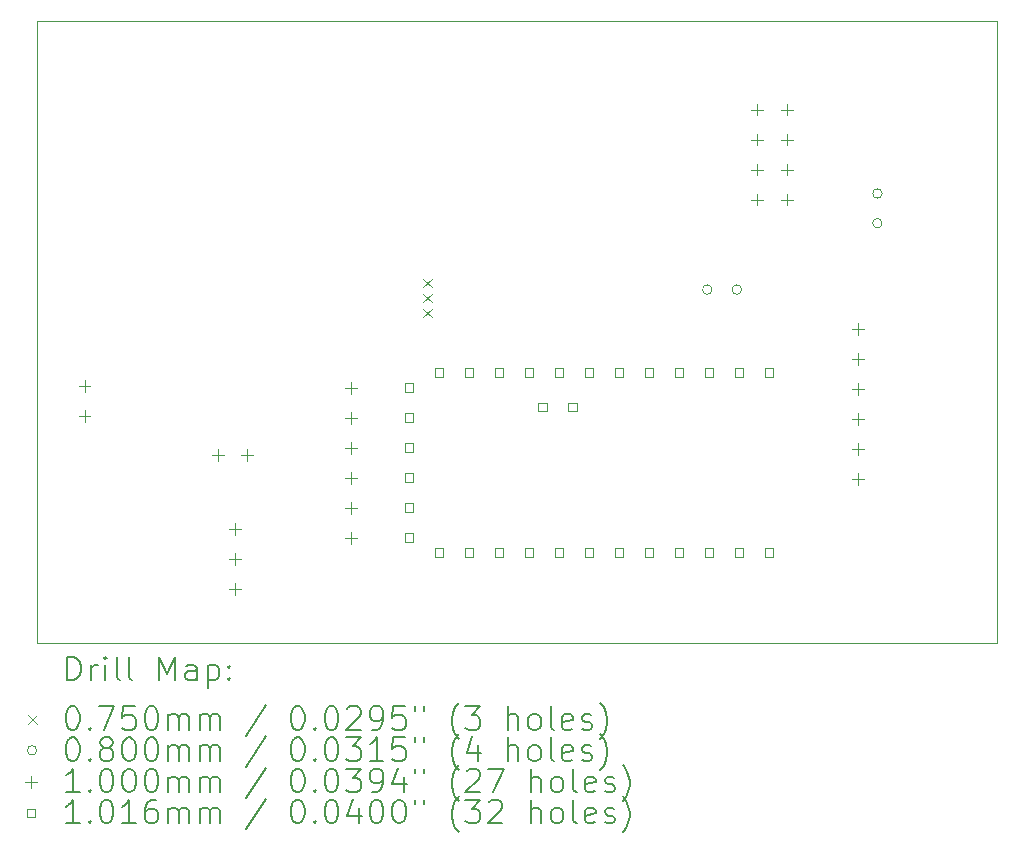
<source format=gbr>
%TF.GenerationSoftware,KiCad,Pcbnew,(6.0.8-1)-1*%
%TF.CreationDate,2023-01-08T15:16:01+01:00*%
%TF.ProjectId,Xarxa_RF,58617278-615f-4524-962e-6b696361645f,rev?*%
%TF.SameCoordinates,Original*%
%TF.FileFunction,Drillmap*%
%TF.FilePolarity,Positive*%
%FSLAX45Y45*%
G04 Gerber Fmt 4.5, Leading zero omitted, Abs format (unit mm)*
G04 Created by KiCad (PCBNEW (6.0.8-1)-1) date 2023-01-08 15:16:01*
%MOMM*%
%LPD*%
G01*
G04 APERTURE LIST*
%ADD10C,0.100000*%
%ADD11C,0.200000*%
%ADD12C,0.075000*%
%ADD13C,0.080000*%
%ADD14C,0.101600*%
G04 APERTURE END LIST*
D10*
X24130000Y-3621574D02*
X16002000Y-3621574D01*
X16002000Y-3621574D02*
X16002000Y-8890000D01*
X16002000Y-8890000D02*
X24130000Y-8890000D01*
X24130000Y-8890000D02*
X24130000Y-3621574D01*
D11*
D12*
X19266500Y-5804500D02*
X19341500Y-5879500D01*
X19341500Y-5804500D02*
X19266500Y-5879500D01*
X19266500Y-5931500D02*
X19341500Y-6006500D01*
X19341500Y-5931500D02*
X19266500Y-6006500D01*
X19266500Y-6058500D02*
X19341500Y-6133500D01*
X19341500Y-6058500D02*
X19266500Y-6133500D01*
D13*
X21714096Y-5897365D02*
G75*
G03*
X21714096Y-5897365I-40000J0D01*
G01*
X21964096Y-5897365D02*
G75*
G03*
X21964096Y-5897365I-40000J0D01*
G01*
X23154000Y-5084000D02*
G75*
G03*
X23154000Y-5084000I-40000J0D01*
G01*
X23154000Y-5334000D02*
G75*
G03*
X23154000Y-5334000I-40000J0D01*
G01*
D10*
X16401758Y-6666514D02*
X16401758Y-6766514D01*
X16351758Y-6716514D02*
X16451758Y-6716514D01*
X16401758Y-6916514D02*
X16401758Y-7016514D01*
X16351758Y-6966514D02*
X16451758Y-6966514D01*
X17530000Y-7249861D02*
X17530000Y-7349861D01*
X17480000Y-7299861D02*
X17580000Y-7299861D01*
X17675954Y-7871861D02*
X17675954Y-7971861D01*
X17625954Y-7921861D02*
X17725954Y-7921861D01*
X17675954Y-8125861D02*
X17675954Y-8225861D01*
X17625954Y-8175861D02*
X17725954Y-8175861D01*
X17675954Y-8379861D02*
X17675954Y-8479861D01*
X17625954Y-8429861D02*
X17725954Y-8429861D01*
X17780000Y-7249861D02*
X17780000Y-7349861D01*
X17730000Y-7299861D02*
X17830000Y-7299861D01*
X18660461Y-6682234D02*
X18660461Y-6782234D01*
X18610461Y-6732234D02*
X18710461Y-6732234D01*
X18660461Y-6936234D02*
X18660461Y-7036234D01*
X18610461Y-6986234D02*
X18710461Y-6986234D01*
X18660461Y-7190234D02*
X18660461Y-7290234D01*
X18610461Y-7240234D02*
X18710461Y-7240234D01*
X18660461Y-7444234D02*
X18660461Y-7544234D01*
X18610461Y-7494234D02*
X18710461Y-7494234D01*
X18660461Y-7698234D02*
X18660461Y-7798234D01*
X18610461Y-7748234D02*
X18710461Y-7748234D01*
X18660461Y-7952234D02*
X18660461Y-8052234D01*
X18610461Y-8002234D02*
X18710461Y-8002234D01*
X22098000Y-4322500D02*
X22098000Y-4422500D01*
X22048000Y-4372500D02*
X22148000Y-4372500D01*
X22098000Y-4576500D02*
X22098000Y-4676500D01*
X22048000Y-4626500D02*
X22148000Y-4626500D01*
X22098000Y-4830500D02*
X22098000Y-4930500D01*
X22048000Y-4880500D02*
X22148000Y-4880500D01*
X22098000Y-5084500D02*
X22098000Y-5184500D01*
X22048000Y-5134500D02*
X22148000Y-5134500D01*
X22352000Y-4322500D02*
X22352000Y-4422500D01*
X22302000Y-4372500D02*
X22402000Y-4372500D01*
X22352000Y-4576500D02*
X22352000Y-4676500D01*
X22302000Y-4626500D02*
X22402000Y-4626500D01*
X22352000Y-4830500D02*
X22352000Y-4930500D01*
X22302000Y-4880500D02*
X22402000Y-4880500D01*
X22352000Y-5084500D02*
X22352000Y-5184500D01*
X22302000Y-5134500D02*
X22402000Y-5134500D01*
X22947356Y-6178487D02*
X22947356Y-6278487D01*
X22897356Y-6228487D02*
X22997356Y-6228487D01*
X22947356Y-6432487D02*
X22947356Y-6532487D01*
X22897356Y-6482487D02*
X22997356Y-6482487D01*
X22947356Y-6686487D02*
X22947356Y-6786487D01*
X22897356Y-6736487D02*
X22997356Y-6736487D01*
X22947356Y-6940487D02*
X22947356Y-7040487D01*
X22897356Y-6990487D02*
X22997356Y-6990487D01*
X22947356Y-7194487D02*
X22947356Y-7294487D01*
X22897356Y-7244487D02*
X22997356Y-7244487D01*
X22947356Y-7448487D02*
X22947356Y-7548487D01*
X22897356Y-7498487D02*
X22997356Y-7498487D01*
D14*
X19183760Y-6760847D02*
X19183760Y-6689004D01*
X19111917Y-6689004D01*
X19111917Y-6760847D01*
X19183760Y-6760847D01*
X19183760Y-7014847D02*
X19183760Y-6943004D01*
X19111917Y-6943004D01*
X19111917Y-7014847D01*
X19183760Y-7014847D01*
X19183760Y-7268847D02*
X19183760Y-7197004D01*
X19111917Y-7197004D01*
X19111917Y-7268847D01*
X19183760Y-7268847D01*
X19183760Y-7522847D02*
X19183760Y-7451004D01*
X19111917Y-7451004D01*
X19111917Y-7522847D01*
X19183760Y-7522847D01*
X19183760Y-7776847D02*
X19183760Y-7705004D01*
X19111917Y-7705004D01*
X19111917Y-7776847D01*
X19183760Y-7776847D01*
X19183760Y-8030847D02*
X19183760Y-7959004D01*
X19111917Y-7959004D01*
X19111917Y-8030847D01*
X19183760Y-8030847D01*
X19437760Y-6633847D02*
X19437760Y-6562004D01*
X19365917Y-6562004D01*
X19365917Y-6633847D01*
X19437760Y-6633847D01*
X19437760Y-8157847D02*
X19437760Y-8086004D01*
X19365917Y-8086004D01*
X19365917Y-8157847D01*
X19437760Y-8157847D01*
X19691760Y-6633847D02*
X19691760Y-6562004D01*
X19619917Y-6562004D01*
X19619917Y-6633847D01*
X19691760Y-6633847D01*
X19691760Y-8157847D02*
X19691760Y-8086004D01*
X19619917Y-8086004D01*
X19619917Y-8157847D01*
X19691760Y-8157847D01*
X19945760Y-6633847D02*
X19945760Y-6562004D01*
X19873917Y-6562004D01*
X19873917Y-6633847D01*
X19945760Y-6633847D01*
X19945760Y-8157847D02*
X19945760Y-8086004D01*
X19873917Y-8086004D01*
X19873917Y-8157847D01*
X19945760Y-8157847D01*
X20199760Y-6633847D02*
X20199760Y-6562004D01*
X20127917Y-6562004D01*
X20127917Y-6633847D01*
X20199760Y-6633847D01*
X20199760Y-8157847D02*
X20199760Y-8086004D01*
X20127917Y-8086004D01*
X20127917Y-8157847D01*
X20199760Y-8157847D01*
X20314060Y-6925947D02*
X20314060Y-6854104D01*
X20242217Y-6854104D01*
X20242217Y-6925947D01*
X20314060Y-6925947D01*
X20453760Y-6633847D02*
X20453760Y-6562004D01*
X20381917Y-6562004D01*
X20381917Y-6633847D01*
X20453760Y-6633847D01*
X20453760Y-8157847D02*
X20453760Y-8086004D01*
X20381917Y-8086004D01*
X20381917Y-8157847D01*
X20453760Y-8157847D01*
X20568060Y-6925947D02*
X20568060Y-6854104D01*
X20496217Y-6854104D01*
X20496217Y-6925947D01*
X20568060Y-6925947D01*
X20707760Y-6633847D02*
X20707760Y-6562004D01*
X20635917Y-6562004D01*
X20635917Y-6633847D01*
X20707760Y-6633847D01*
X20707760Y-8157847D02*
X20707760Y-8086004D01*
X20635917Y-8086004D01*
X20635917Y-8157847D01*
X20707760Y-8157847D01*
X20961760Y-6633847D02*
X20961760Y-6562004D01*
X20889917Y-6562004D01*
X20889917Y-6633847D01*
X20961760Y-6633847D01*
X20961760Y-8157847D02*
X20961760Y-8086004D01*
X20889917Y-8086004D01*
X20889917Y-8157847D01*
X20961760Y-8157847D01*
X21215760Y-6633847D02*
X21215760Y-6562004D01*
X21143917Y-6562004D01*
X21143917Y-6633847D01*
X21215760Y-6633847D01*
X21215760Y-8157847D02*
X21215760Y-8086004D01*
X21143917Y-8086004D01*
X21143917Y-8157847D01*
X21215760Y-8157847D01*
X21469760Y-6633847D02*
X21469760Y-6562004D01*
X21397917Y-6562004D01*
X21397917Y-6633847D01*
X21469760Y-6633847D01*
X21469760Y-8157847D02*
X21469760Y-8086004D01*
X21397917Y-8086004D01*
X21397917Y-8157847D01*
X21469760Y-8157847D01*
X21723760Y-6633847D02*
X21723760Y-6562004D01*
X21651917Y-6562004D01*
X21651917Y-6633847D01*
X21723760Y-6633847D01*
X21723760Y-8157847D02*
X21723760Y-8086004D01*
X21651917Y-8086004D01*
X21651917Y-8157847D01*
X21723760Y-8157847D01*
X21977760Y-6633847D02*
X21977760Y-6562004D01*
X21905917Y-6562004D01*
X21905917Y-6633847D01*
X21977760Y-6633847D01*
X21977760Y-8157847D02*
X21977760Y-8086004D01*
X21905917Y-8086004D01*
X21905917Y-8157847D01*
X21977760Y-8157847D01*
X22231760Y-6633847D02*
X22231760Y-6562004D01*
X22159917Y-6562004D01*
X22159917Y-6633847D01*
X22231760Y-6633847D01*
X22231760Y-8157847D02*
X22231760Y-8086004D01*
X22159917Y-8086004D01*
X22159917Y-8157847D01*
X22231760Y-8157847D01*
D11*
X16254619Y-9205476D02*
X16254619Y-9005476D01*
X16302238Y-9005476D01*
X16330809Y-9015000D01*
X16349857Y-9034048D01*
X16359381Y-9053095D01*
X16368905Y-9091190D01*
X16368905Y-9119762D01*
X16359381Y-9157857D01*
X16349857Y-9176905D01*
X16330809Y-9195952D01*
X16302238Y-9205476D01*
X16254619Y-9205476D01*
X16454619Y-9205476D02*
X16454619Y-9072143D01*
X16454619Y-9110238D02*
X16464143Y-9091190D01*
X16473667Y-9081667D01*
X16492714Y-9072143D01*
X16511762Y-9072143D01*
X16578428Y-9205476D02*
X16578428Y-9072143D01*
X16578428Y-9005476D02*
X16568905Y-9015000D01*
X16578428Y-9024524D01*
X16587952Y-9015000D01*
X16578428Y-9005476D01*
X16578428Y-9024524D01*
X16702238Y-9205476D02*
X16683190Y-9195952D01*
X16673667Y-9176905D01*
X16673667Y-9005476D01*
X16807000Y-9205476D02*
X16787952Y-9195952D01*
X16778429Y-9176905D01*
X16778429Y-9005476D01*
X17035571Y-9205476D02*
X17035571Y-9005476D01*
X17102238Y-9148333D01*
X17168905Y-9005476D01*
X17168905Y-9205476D01*
X17349857Y-9205476D02*
X17349857Y-9100714D01*
X17340333Y-9081667D01*
X17321286Y-9072143D01*
X17283190Y-9072143D01*
X17264143Y-9081667D01*
X17349857Y-9195952D02*
X17330810Y-9205476D01*
X17283190Y-9205476D01*
X17264143Y-9195952D01*
X17254619Y-9176905D01*
X17254619Y-9157857D01*
X17264143Y-9138810D01*
X17283190Y-9129286D01*
X17330810Y-9129286D01*
X17349857Y-9119762D01*
X17445095Y-9072143D02*
X17445095Y-9272143D01*
X17445095Y-9081667D02*
X17464143Y-9072143D01*
X17502238Y-9072143D01*
X17521286Y-9081667D01*
X17530810Y-9091190D01*
X17540333Y-9110238D01*
X17540333Y-9167381D01*
X17530810Y-9186429D01*
X17521286Y-9195952D01*
X17502238Y-9205476D01*
X17464143Y-9205476D01*
X17445095Y-9195952D01*
X17626048Y-9186429D02*
X17635571Y-9195952D01*
X17626048Y-9205476D01*
X17616524Y-9195952D01*
X17626048Y-9186429D01*
X17626048Y-9205476D01*
X17626048Y-9081667D02*
X17635571Y-9091190D01*
X17626048Y-9100714D01*
X17616524Y-9091190D01*
X17626048Y-9081667D01*
X17626048Y-9100714D01*
D12*
X15922000Y-9497500D02*
X15997000Y-9572500D01*
X15997000Y-9497500D02*
X15922000Y-9572500D01*
D11*
X16292714Y-9425476D02*
X16311762Y-9425476D01*
X16330809Y-9435000D01*
X16340333Y-9444524D01*
X16349857Y-9463571D01*
X16359381Y-9501667D01*
X16359381Y-9549286D01*
X16349857Y-9587381D01*
X16340333Y-9606429D01*
X16330809Y-9615952D01*
X16311762Y-9625476D01*
X16292714Y-9625476D01*
X16273667Y-9615952D01*
X16264143Y-9606429D01*
X16254619Y-9587381D01*
X16245095Y-9549286D01*
X16245095Y-9501667D01*
X16254619Y-9463571D01*
X16264143Y-9444524D01*
X16273667Y-9435000D01*
X16292714Y-9425476D01*
X16445095Y-9606429D02*
X16454619Y-9615952D01*
X16445095Y-9625476D01*
X16435571Y-9615952D01*
X16445095Y-9606429D01*
X16445095Y-9625476D01*
X16521286Y-9425476D02*
X16654619Y-9425476D01*
X16568905Y-9625476D01*
X16826048Y-9425476D02*
X16730809Y-9425476D01*
X16721286Y-9520714D01*
X16730809Y-9511190D01*
X16749857Y-9501667D01*
X16797476Y-9501667D01*
X16816524Y-9511190D01*
X16826048Y-9520714D01*
X16835571Y-9539762D01*
X16835571Y-9587381D01*
X16826048Y-9606429D01*
X16816524Y-9615952D01*
X16797476Y-9625476D01*
X16749857Y-9625476D01*
X16730809Y-9615952D01*
X16721286Y-9606429D01*
X16959381Y-9425476D02*
X16978429Y-9425476D01*
X16997476Y-9435000D01*
X17007000Y-9444524D01*
X17016524Y-9463571D01*
X17026048Y-9501667D01*
X17026048Y-9549286D01*
X17016524Y-9587381D01*
X17007000Y-9606429D01*
X16997476Y-9615952D01*
X16978429Y-9625476D01*
X16959381Y-9625476D01*
X16940333Y-9615952D01*
X16930810Y-9606429D01*
X16921286Y-9587381D01*
X16911762Y-9549286D01*
X16911762Y-9501667D01*
X16921286Y-9463571D01*
X16930810Y-9444524D01*
X16940333Y-9435000D01*
X16959381Y-9425476D01*
X17111762Y-9625476D02*
X17111762Y-9492143D01*
X17111762Y-9511190D02*
X17121286Y-9501667D01*
X17140333Y-9492143D01*
X17168905Y-9492143D01*
X17187952Y-9501667D01*
X17197476Y-9520714D01*
X17197476Y-9625476D01*
X17197476Y-9520714D02*
X17207000Y-9501667D01*
X17226048Y-9492143D01*
X17254619Y-9492143D01*
X17273667Y-9501667D01*
X17283190Y-9520714D01*
X17283190Y-9625476D01*
X17378429Y-9625476D02*
X17378429Y-9492143D01*
X17378429Y-9511190D02*
X17387952Y-9501667D01*
X17407000Y-9492143D01*
X17435571Y-9492143D01*
X17454619Y-9501667D01*
X17464143Y-9520714D01*
X17464143Y-9625476D01*
X17464143Y-9520714D02*
X17473667Y-9501667D01*
X17492714Y-9492143D01*
X17521286Y-9492143D01*
X17540333Y-9501667D01*
X17549857Y-9520714D01*
X17549857Y-9625476D01*
X17940333Y-9415952D02*
X17768905Y-9673095D01*
X18197476Y-9425476D02*
X18216524Y-9425476D01*
X18235571Y-9435000D01*
X18245095Y-9444524D01*
X18254619Y-9463571D01*
X18264143Y-9501667D01*
X18264143Y-9549286D01*
X18254619Y-9587381D01*
X18245095Y-9606429D01*
X18235571Y-9615952D01*
X18216524Y-9625476D01*
X18197476Y-9625476D01*
X18178429Y-9615952D01*
X18168905Y-9606429D01*
X18159381Y-9587381D01*
X18149857Y-9549286D01*
X18149857Y-9501667D01*
X18159381Y-9463571D01*
X18168905Y-9444524D01*
X18178429Y-9435000D01*
X18197476Y-9425476D01*
X18349857Y-9606429D02*
X18359381Y-9615952D01*
X18349857Y-9625476D01*
X18340333Y-9615952D01*
X18349857Y-9606429D01*
X18349857Y-9625476D01*
X18483190Y-9425476D02*
X18502238Y-9425476D01*
X18521286Y-9435000D01*
X18530810Y-9444524D01*
X18540333Y-9463571D01*
X18549857Y-9501667D01*
X18549857Y-9549286D01*
X18540333Y-9587381D01*
X18530810Y-9606429D01*
X18521286Y-9615952D01*
X18502238Y-9625476D01*
X18483190Y-9625476D01*
X18464143Y-9615952D01*
X18454619Y-9606429D01*
X18445095Y-9587381D01*
X18435571Y-9549286D01*
X18435571Y-9501667D01*
X18445095Y-9463571D01*
X18454619Y-9444524D01*
X18464143Y-9435000D01*
X18483190Y-9425476D01*
X18626048Y-9444524D02*
X18635571Y-9435000D01*
X18654619Y-9425476D01*
X18702238Y-9425476D01*
X18721286Y-9435000D01*
X18730810Y-9444524D01*
X18740333Y-9463571D01*
X18740333Y-9482619D01*
X18730810Y-9511190D01*
X18616524Y-9625476D01*
X18740333Y-9625476D01*
X18835571Y-9625476D02*
X18873667Y-9625476D01*
X18892714Y-9615952D01*
X18902238Y-9606429D01*
X18921286Y-9577857D01*
X18930810Y-9539762D01*
X18930810Y-9463571D01*
X18921286Y-9444524D01*
X18911762Y-9435000D01*
X18892714Y-9425476D01*
X18854619Y-9425476D01*
X18835571Y-9435000D01*
X18826048Y-9444524D01*
X18816524Y-9463571D01*
X18816524Y-9511190D01*
X18826048Y-9530238D01*
X18835571Y-9539762D01*
X18854619Y-9549286D01*
X18892714Y-9549286D01*
X18911762Y-9539762D01*
X18921286Y-9530238D01*
X18930810Y-9511190D01*
X19111762Y-9425476D02*
X19016524Y-9425476D01*
X19007000Y-9520714D01*
X19016524Y-9511190D01*
X19035571Y-9501667D01*
X19083190Y-9501667D01*
X19102238Y-9511190D01*
X19111762Y-9520714D01*
X19121286Y-9539762D01*
X19121286Y-9587381D01*
X19111762Y-9606429D01*
X19102238Y-9615952D01*
X19083190Y-9625476D01*
X19035571Y-9625476D01*
X19016524Y-9615952D01*
X19007000Y-9606429D01*
X19197476Y-9425476D02*
X19197476Y-9463571D01*
X19273667Y-9425476D02*
X19273667Y-9463571D01*
X19568905Y-9701667D02*
X19559381Y-9692143D01*
X19540333Y-9663571D01*
X19530810Y-9644524D01*
X19521286Y-9615952D01*
X19511762Y-9568333D01*
X19511762Y-9530238D01*
X19521286Y-9482619D01*
X19530810Y-9454048D01*
X19540333Y-9435000D01*
X19559381Y-9406429D01*
X19568905Y-9396905D01*
X19626048Y-9425476D02*
X19749857Y-9425476D01*
X19683190Y-9501667D01*
X19711762Y-9501667D01*
X19730810Y-9511190D01*
X19740333Y-9520714D01*
X19749857Y-9539762D01*
X19749857Y-9587381D01*
X19740333Y-9606429D01*
X19730810Y-9615952D01*
X19711762Y-9625476D01*
X19654619Y-9625476D01*
X19635571Y-9615952D01*
X19626048Y-9606429D01*
X19987952Y-9625476D02*
X19987952Y-9425476D01*
X20073667Y-9625476D02*
X20073667Y-9520714D01*
X20064143Y-9501667D01*
X20045095Y-9492143D01*
X20016524Y-9492143D01*
X19997476Y-9501667D01*
X19987952Y-9511190D01*
X20197476Y-9625476D02*
X20178429Y-9615952D01*
X20168905Y-9606429D01*
X20159381Y-9587381D01*
X20159381Y-9530238D01*
X20168905Y-9511190D01*
X20178429Y-9501667D01*
X20197476Y-9492143D01*
X20226048Y-9492143D01*
X20245095Y-9501667D01*
X20254619Y-9511190D01*
X20264143Y-9530238D01*
X20264143Y-9587381D01*
X20254619Y-9606429D01*
X20245095Y-9615952D01*
X20226048Y-9625476D01*
X20197476Y-9625476D01*
X20378429Y-9625476D02*
X20359381Y-9615952D01*
X20349857Y-9596905D01*
X20349857Y-9425476D01*
X20530810Y-9615952D02*
X20511762Y-9625476D01*
X20473667Y-9625476D01*
X20454619Y-9615952D01*
X20445095Y-9596905D01*
X20445095Y-9520714D01*
X20454619Y-9501667D01*
X20473667Y-9492143D01*
X20511762Y-9492143D01*
X20530810Y-9501667D01*
X20540333Y-9520714D01*
X20540333Y-9539762D01*
X20445095Y-9558810D01*
X20616524Y-9615952D02*
X20635571Y-9625476D01*
X20673667Y-9625476D01*
X20692714Y-9615952D01*
X20702238Y-9596905D01*
X20702238Y-9587381D01*
X20692714Y-9568333D01*
X20673667Y-9558810D01*
X20645095Y-9558810D01*
X20626048Y-9549286D01*
X20616524Y-9530238D01*
X20616524Y-9520714D01*
X20626048Y-9501667D01*
X20645095Y-9492143D01*
X20673667Y-9492143D01*
X20692714Y-9501667D01*
X20768905Y-9701667D02*
X20778429Y-9692143D01*
X20797476Y-9663571D01*
X20807000Y-9644524D01*
X20816524Y-9615952D01*
X20826048Y-9568333D01*
X20826048Y-9530238D01*
X20816524Y-9482619D01*
X20807000Y-9454048D01*
X20797476Y-9435000D01*
X20778429Y-9406429D01*
X20768905Y-9396905D01*
D13*
X15997000Y-9799000D02*
G75*
G03*
X15997000Y-9799000I-40000J0D01*
G01*
D11*
X16292714Y-9689476D02*
X16311762Y-9689476D01*
X16330809Y-9699000D01*
X16340333Y-9708524D01*
X16349857Y-9727571D01*
X16359381Y-9765667D01*
X16359381Y-9813286D01*
X16349857Y-9851381D01*
X16340333Y-9870429D01*
X16330809Y-9879952D01*
X16311762Y-9889476D01*
X16292714Y-9889476D01*
X16273667Y-9879952D01*
X16264143Y-9870429D01*
X16254619Y-9851381D01*
X16245095Y-9813286D01*
X16245095Y-9765667D01*
X16254619Y-9727571D01*
X16264143Y-9708524D01*
X16273667Y-9699000D01*
X16292714Y-9689476D01*
X16445095Y-9870429D02*
X16454619Y-9879952D01*
X16445095Y-9889476D01*
X16435571Y-9879952D01*
X16445095Y-9870429D01*
X16445095Y-9889476D01*
X16568905Y-9775190D02*
X16549857Y-9765667D01*
X16540333Y-9756143D01*
X16530809Y-9737095D01*
X16530809Y-9727571D01*
X16540333Y-9708524D01*
X16549857Y-9699000D01*
X16568905Y-9689476D01*
X16607000Y-9689476D01*
X16626048Y-9699000D01*
X16635571Y-9708524D01*
X16645095Y-9727571D01*
X16645095Y-9737095D01*
X16635571Y-9756143D01*
X16626048Y-9765667D01*
X16607000Y-9775190D01*
X16568905Y-9775190D01*
X16549857Y-9784714D01*
X16540333Y-9794238D01*
X16530809Y-9813286D01*
X16530809Y-9851381D01*
X16540333Y-9870429D01*
X16549857Y-9879952D01*
X16568905Y-9889476D01*
X16607000Y-9889476D01*
X16626048Y-9879952D01*
X16635571Y-9870429D01*
X16645095Y-9851381D01*
X16645095Y-9813286D01*
X16635571Y-9794238D01*
X16626048Y-9784714D01*
X16607000Y-9775190D01*
X16768905Y-9689476D02*
X16787952Y-9689476D01*
X16807000Y-9699000D01*
X16816524Y-9708524D01*
X16826048Y-9727571D01*
X16835571Y-9765667D01*
X16835571Y-9813286D01*
X16826048Y-9851381D01*
X16816524Y-9870429D01*
X16807000Y-9879952D01*
X16787952Y-9889476D01*
X16768905Y-9889476D01*
X16749857Y-9879952D01*
X16740333Y-9870429D01*
X16730809Y-9851381D01*
X16721286Y-9813286D01*
X16721286Y-9765667D01*
X16730809Y-9727571D01*
X16740333Y-9708524D01*
X16749857Y-9699000D01*
X16768905Y-9689476D01*
X16959381Y-9689476D02*
X16978429Y-9689476D01*
X16997476Y-9699000D01*
X17007000Y-9708524D01*
X17016524Y-9727571D01*
X17026048Y-9765667D01*
X17026048Y-9813286D01*
X17016524Y-9851381D01*
X17007000Y-9870429D01*
X16997476Y-9879952D01*
X16978429Y-9889476D01*
X16959381Y-9889476D01*
X16940333Y-9879952D01*
X16930810Y-9870429D01*
X16921286Y-9851381D01*
X16911762Y-9813286D01*
X16911762Y-9765667D01*
X16921286Y-9727571D01*
X16930810Y-9708524D01*
X16940333Y-9699000D01*
X16959381Y-9689476D01*
X17111762Y-9889476D02*
X17111762Y-9756143D01*
X17111762Y-9775190D02*
X17121286Y-9765667D01*
X17140333Y-9756143D01*
X17168905Y-9756143D01*
X17187952Y-9765667D01*
X17197476Y-9784714D01*
X17197476Y-9889476D01*
X17197476Y-9784714D02*
X17207000Y-9765667D01*
X17226048Y-9756143D01*
X17254619Y-9756143D01*
X17273667Y-9765667D01*
X17283190Y-9784714D01*
X17283190Y-9889476D01*
X17378429Y-9889476D02*
X17378429Y-9756143D01*
X17378429Y-9775190D02*
X17387952Y-9765667D01*
X17407000Y-9756143D01*
X17435571Y-9756143D01*
X17454619Y-9765667D01*
X17464143Y-9784714D01*
X17464143Y-9889476D01*
X17464143Y-9784714D02*
X17473667Y-9765667D01*
X17492714Y-9756143D01*
X17521286Y-9756143D01*
X17540333Y-9765667D01*
X17549857Y-9784714D01*
X17549857Y-9889476D01*
X17940333Y-9679952D02*
X17768905Y-9937095D01*
X18197476Y-9689476D02*
X18216524Y-9689476D01*
X18235571Y-9699000D01*
X18245095Y-9708524D01*
X18254619Y-9727571D01*
X18264143Y-9765667D01*
X18264143Y-9813286D01*
X18254619Y-9851381D01*
X18245095Y-9870429D01*
X18235571Y-9879952D01*
X18216524Y-9889476D01*
X18197476Y-9889476D01*
X18178429Y-9879952D01*
X18168905Y-9870429D01*
X18159381Y-9851381D01*
X18149857Y-9813286D01*
X18149857Y-9765667D01*
X18159381Y-9727571D01*
X18168905Y-9708524D01*
X18178429Y-9699000D01*
X18197476Y-9689476D01*
X18349857Y-9870429D02*
X18359381Y-9879952D01*
X18349857Y-9889476D01*
X18340333Y-9879952D01*
X18349857Y-9870429D01*
X18349857Y-9889476D01*
X18483190Y-9689476D02*
X18502238Y-9689476D01*
X18521286Y-9699000D01*
X18530810Y-9708524D01*
X18540333Y-9727571D01*
X18549857Y-9765667D01*
X18549857Y-9813286D01*
X18540333Y-9851381D01*
X18530810Y-9870429D01*
X18521286Y-9879952D01*
X18502238Y-9889476D01*
X18483190Y-9889476D01*
X18464143Y-9879952D01*
X18454619Y-9870429D01*
X18445095Y-9851381D01*
X18435571Y-9813286D01*
X18435571Y-9765667D01*
X18445095Y-9727571D01*
X18454619Y-9708524D01*
X18464143Y-9699000D01*
X18483190Y-9689476D01*
X18616524Y-9689476D02*
X18740333Y-9689476D01*
X18673667Y-9765667D01*
X18702238Y-9765667D01*
X18721286Y-9775190D01*
X18730810Y-9784714D01*
X18740333Y-9803762D01*
X18740333Y-9851381D01*
X18730810Y-9870429D01*
X18721286Y-9879952D01*
X18702238Y-9889476D01*
X18645095Y-9889476D01*
X18626048Y-9879952D01*
X18616524Y-9870429D01*
X18930810Y-9889476D02*
X18816524Y-9889476D01*
X18873667Y-9889476D02*
X18873667Y-9689476D01*
X18854619Y-9718048D01*
X18835571Y-9737095D01*
X18816524Y-9746619D01*
X19111762Y-9689476D02*
X19016524Y-9689476D01*
X19007000Y-9784714D01*
X19016524Y-9775190D01*
X19035571Y-9765667D01*
X19083190Y-9765667D01*
X19102238Y-9775190D01*
X19111762Y-9784714D01*
X19121286Y-9803762D01*
X19121286Y-9851381D01*
X19111762Y-9870429D01*
X19102238Y-9879952D01*
X19083190Y-9889476D01*
X19035571Y-9889476D01*
X19016524Y-9879952D01*
X19007000Y-9870429D01*
X19197476Y-9689476D02*
X19197476Y-9727571D01*
X19273667Y-9689476D02*
X19273667Y-9727571D01*
X19568905Y-9965667D02*
X19559381Y-9956143D01*
X19540333Y-9927571D01*
X19530810Y-9908524D01*
X19521286Y-9879952D01*
X19511762Y-9832333D01*
X19511762Y-9794238D01*
X19521286Y-9746619D01*
X19530810Y-9718048D01*
X19540333Y-9699000D01*
X19559381Y-9670429D01*
X19568905Y-9660905D01*
X19730810Y-9756143D02*
X19730810Y-9889476D01*
X19683190Y-9679952D02*
X19635571Y-9822810D01*
X19759381Y-9822810D01*
X19987952Y-9889476D02*
X19987952Y-9689476D01*
X20073667Y-9889476D02*
X20073667Y-9784714D01*
X20064143Y-9765667D01*
X20045095Y-9756143D01*
X20016524Y-9756143D01*
X19997476Y-9765667D01*
X19987952Y-9775190D01*
X20197476Y-9889476D02*
X20178429Y-9879952D01*
X20168905Y-9870429D01*
X20159381Y-9851381D01*
X20159381Y-9794238D01*
X20168905Y-9775190D01*
X20178429Y-9765667D01*
X20197476Y-9756143D01*
X20226048Y-9756143D01*
X20245095Y-9765667D01*
X20254619Y-9775190D01*
X20264143Y-9794238D01*
X20264143Y-9851381D01*
X20254619Y-9870429D01*
X20245095Y-9879952D01*
X20226048Y-9889476D01*
X20197476Y-9889476D01*
X20378429Y-9889476D02*
X20359381Y-9879952D01*
X20349857Y-9860905D01*
X20349857Y-9689476D01*
X20530810Y-9879952D02*
X20511762Y-9889476D01*
X20473667Y-9889476D01*
X20454619Y-9879952D01*
X20445095Y-9860905D01*
X20445095Y-9784714D01*
X20454619Y-9765667D01*
X20473667Y-9756143D01*
X20511762Y-9756143D01*
X20530810Y-9765667D01*
X20540333Y-9784714D01*
X20540333Y-9803762D01*
X20445095Y-9822810D01*
X20616524Y-9879952D02*
X20635571Y-9889476D01*
X20673667Y-9889476D01*
X20692714Y-9879952D01*
X20702238Y-9860905D01*
X20702238Y-9851381D01*
X20692714Y-9832333D01*
X20673667Y-9822810D01*
X20645095Y-9822810D01*
X20626048Y-9813286D01*
X20616524Y-9794238D01*
X20616524Y-9784714D01*
X20626048Y-9765667D01*
X20645095Y-9756143D01*
X20673667Y-9756143D01*
X20692714Y-9765667D01*
X20768905Y-9965667D02*
X20778429Y-9956143D01*
X20797476Y-9927571D01*
X20807000Y-9908524D01*
X20816524Y-9879952D01*
X20826048Y-9832333D01*
X20826048Y-9794238D01*
X20816524Y-9746619D01*
X20807000Y-9718048D01*
X20797476Y-9699000D01*
X20778429Y-9670429D01*
X20768905Y-9660905D01*
D10*
X15947000Y-10013000D02*
X15947000Y-10113000D01*
X15897000Y-10063000D02*
X15997000Y-10063000D01*
D11*
X16359381Y-10153476D02*
X16245095Y-10153476D01*
X16302238Y-10153476D02*
X16302238Y-9953476D01*
X16283190Y-9982048D01*
X16264143Y-10001095D01*
X16245095Y-10010619D01*
X16445095Y-10134429D02*
X16454619Y-10143952D01*
X16445095Y-10153476D01*
X16435571Y-10143952D01*
X16445095Y-10134429D01*
X16445095Y-10153476D01*
X16578428Y-9953476D02*
X16597476Y-9953476D01*
X16616524Y-9963000D01*
X16626048Y-9972524D01*
X16635571Y-9991571D01*
X16645095Y-10029667D01*
X16645095Y-10077286D01*
X16635571Y-10115381D01*
X16626048Y-10134429D01*
X16616524Y-10143952D01*
X16597476Y-10153476D01*
X16578428Y-10153476D01*
X16559381Y-10143952D01*
X16549857Y-10134429D01*
X16540333Y-10115381D01*
X16530809Y-10077286D01*
X16530809Y-10029667D01*
X16540333Y-9991571D01*
X16549857Y-9972524D01*
X16559381Y-9963000D01*
X16578428Y-9953476D01*
X16768905Y-9953476D02*
X16787952Y-9953476D01*
X16807000Y-9963000D01*
X16816524Y-9972524D01*
X16826048Y-9991571D01*
X16835571Y-10029667D01*
X16835571Y-10077286D01*
X16826048Y-10115381D01*
X16816524Y-10134429D01*
X16807000Y-10143952D01*
X16787952Y-10153476D01*
X16768905Y-10153476D01*
X16749857Y-10143952D01*
X16740333Y-10134429D01*
X16730809Y-10115381D01*
X16721286Y-10077286D01*
X16721286Y-10029667D01*
X16730809Y-9991571D01*
X16740333Y-9972524D01*
X16749857Y-9963000D01*
X16768905Y-9953476D01*
X16959381Y-9953476D02*
X16978429Y-9953476D01*
X16997476Y-9963000D01*
X17007000Y-9972524D01*
X17016524Y-9991571D01*
X17026048Y-10029667D01*
X17026048Y-10077286D01*
X17016524Y-10115381D01*
X17007000Y-10134429D01*
X16997476Y-10143952D01*
X16978429Y-10153476D01*
X16959381Y-10153476D01*
X16940333Y-10143952D01*
X16930810Y-10134429D01*
X16921286Y-10115381D01*
X16911762Y-10077286D01*
X16911762Y-10029667D01*
X16921286Y-9991571D01*
X16930810Y-9972524D01*
X16940333Y-9963000D01*
X16959381Y-9953476D01*
X17111762Y-10153476D02*
X17111762Y-10020143D01*
X17111762Y-10039190D02*
X17121286Y-10029667D01*
X17140333Y-10020143D01*
X17168905Y-10020143D01*
X17187952Y-10029667D01*
X17197476Y-10048714D01*
X17197476Y-10153476D01*
X17197476Y-10048714D02*
X17207000Y-10029667D01*
X17226048Y-10020143D01*
X17254619Y-10020143D01*
X17273667Y-10029667D01*
X17283190Y-10048714D01*
X17283190Y-10153476D01*
X17378429Y-10153476D02*
X17378429Y-10020143D01*
X17378429Y-10039190D02*
X17387952Y-10029667D01*
X17407000Y-10020143D01*
X17435571Y-10020143D01*
X17454619Y-10029667D01*
X17464143Y-10048714D01*
X17464143Y-10153476D01*
X17464143Y-10048714D02*
X17473667Y-10029667D01*
X17492714Y-10020143D01*
X17521286Y-10020143D01*
X17540333Y-10029667D01*
X17549857Y-10048714D01*
X17549857Y-10153476D01*
X17940333Y-9943952D02*
X17768905Y-10201095D01*
X18197476Y-9953476D02*
X18216524Y-9953476D01*
X18235571Y-9963000D01*
X18245095Y-9972524D01*
X18254619Y-9991571D01*
X18264143Y-10029667D01*
X18264143Y-10077286D01*
X18254619Y-10115381D01*
X18245095Y-10134429D01*
X18235571Y-10143952D01*
X18216524Y-10153476D01*
X18197476Y-10153476D01*
X18178429Y-10143952D01*
X18168905Y-10134429D01*
X18159381Y-10115381D01*
X18149857Y-10077286D01*
X18149857Y-10029667D01*
X18159381Y-9991571D01*
X18168905Y-9972524D01*
X18178429Y-9963000D01*
X18197476Y-9953476D01*
X18349857Y-10134429D02*
X18359381Y-10143952D01*
X18349857Y-10153476D01*
X18340333Y-10143952D01*
X18349857Y-10134429D01*
X18349857Y-10153476D01*
X18483190Y-9953476D02*
X18502238Y-9953476D01*
X18521286Y-9963000D01*
X18530810Y-9972524D01*
X18540333Y-9991571D01*
X18549857Y-10029667D01*
X18549857Y-10077286D01*
X18540333Y-10115381D01*
X18530810Y-10134429D01*
X18521286Y-10143952D01*
X18502238Y-10153476D01*
X18483190Y-10153476D01*
X18464143Y-10143952D01*
X18454619Y-10134429D01*
X18445095Y-10115381D01*
X18435571Y-10077286D01*
X18435571Y-10029667D01*
X18445095Y-9991571D01*
X18454619Y-9972524D01*
X18464143Y-9963000D01*
X18483190Y-9953476D01*
X18616524Y-9953476D02*
X18740333Y-9953476D01*
X18673667Y-10029667D01*
X18702238Y-10029667D01*
X18721286Y-10039190D01*
X18730810Y-10048714D01*
X18740333Y-10067762D01*
X18740333Y-10115381D01*
X18730810Y-10134429D01*
X18721286Y-10143952D01*
X18702238Y-10153476D01*
X18645095Y-10153476D01*
X18626048Y-10143952D01*
X18616524Y-10134429D01*
X18835571Y-10153476D02*
X18873667Y-10153476D01*
X18892714Y-10143952D01*
X18902238Y-10134429D01*
X18921286Y-10105857D01*
X18930810Y-10067762D01*
X18930810Y-9991571D01*
X18921286Y-9972524D01*
X18911762Y-9963000D01*
X18892714Y-9953476D01*
X18854619Y-9953476D01*
X18835571Y-9963000D01*
X18826048Y-9972524D01*
X18816524Y-9991571D01*
X18816524Y-10039190D01*
X18826048Y-10058238D01*
X18835571Y-10067762D01*
X18854619Y-10077286D01*
X18892714Y-10077286D01*
X18911762Y-10067762D01*
X18921286Y-10058238D01*
X18930810Y-10039190D01*
X19102238Y-10020143D02*
X19102238Y-10153476D01*
X19054619Y-9943952D02*
X19007000Y-10086810D01*
X19130810Y-10086810D01*
X19197476Y-9953476D02*
X19197476Y-9991571D01*
X19273667Y-9953476D02*
X19273667Y-9991571D01*
X19568905Y-10229667D02*
X19559381Y-10220143D01*
X19540333Y-10191571D01*
X19530810Y-10172524D01*
X19521286Y-10143952D01*
X19511762Y-10096333D01*
X19511762Y-10058238D01*
X19521286Y-10010619D01*
X19530810Y-9982048D01*
X19540333Y-9963000D01*
X19559381Y-9934429D01*
X19568905Y-9924905D01*
X19635571Y-9972524D02*
X19645095Y-9963000D01*
X19664143Y-9953476D01*
X19711762Y-9953476D01*
X19730810Y-9963000D01*
X19740333Y-9972524D01*
X19749857Y-9991571D01*
X19749857Y-10010619D01*
X19740333Y-10039190D01*
X19626048Y-10153476D01*
X19749857Y-10153476D01*
X19816524Y-9953476D02*
X19949857Y-9953476D01*
X19864143Y-10153476D01*
X20178429Y-10153476D02*
X20178429Y-9953476D01*
X20264143Y-10153476D02*
X20264143Y-10048714D01*
X20254619Y-10029667D01*
X20235571Y-10020143D01*
X20207000Y-10020143D01*
X20187952Y-10029667D01*
X20178429Y-10039190D01*
X20387952Y-10153476D02*
X20368905Y-10143952D01*
X20359381Y-10134429D01*
X20349857Y-10115381D01*
X20349857Y-10058238D01*
X20359381Y-10039190D01*
X20368905Y-10029667D01*
X20387952Y-10020143D01*
X20416524Y-10020143D01*
X20435571Y-10029667D01*
X20445095Y-10039190D01*
X20454619Y-10058238D01*
X20454619Y-10115381D01*
X20445095Y-10134429D01*
X20435571Y-10143952D01*
X20416524Y-10153476D01*
X20387952Y-10153476D01*
X20568905Y-10153476D02*
X20549857Y-10143952D01*
X20540333Y-10124905D01*
X20540333Y-9953476D01*
X20721286Y-10143952D02*
X20702238Y-10153476D01*
X20664143Y-10153476D01*
X20645095Y-10143952D01*
X20635571Y-10124905D01*
X20635571Y-10048714D01*
X20645095Y-10029667D01*
X20664143Y-10020143D01*
X20702238Y-10020143D01*
X20721286Y-10029667D01*
X20730810Y-10048714D01*
X20730810Y-10067762D01*
X20635571Y-10086810D01*
X20807000Y-10143952D02*
X20826048Y-10153476D01*
X20864143Y-10153476D01*
X20883190Y-10143952D01*
X20892714Y-10124905D01*
X20892714Y-10115381D01*
X20883190Y-10096333D01*
X20864143Y-10086810D01*
X20835571Y-10086810D01*
X20816524Y-10077286D01*
X20807000Y-10058238D01*
X20807000Y-10048714D01*
X20816524Y-10029667D01*
X20835571Y-10020143D01*
X20864143Y-10020143D01*
X20883190Y-10029667D01*
X20959381Y-10229667D02*
X20968905Y-10220143D01*
X20987952Y-10191571D01*
X20997476Y-10172524D01*
X21007000Y-10143952D01*
X21016524Y-10096333D01*
X21016524Y-10058238D01*
X21007000Y-10010619D01*
X20997476Y-9982048D01*
X20987952Y-9963000D01*
X20968905Y-9934429D01*
X20959381Y-9924905D01*
D14*
X15982121Y-10362921D02*
X15982121Y-10291079D01*
X15910279Y-10291079D01*
X15910279Y-10362921D01*
X15982121Y-10362921D01*
D11*
X16359381Y-10417476D02*
X16245095Y-10417476D01*
X16302238Y-10417476D02*
X16302238Y-10217476D01*
X16283190Y-10246048D01*
X16264143Y-10265095D01*
X16245095Y-10274619D01*
X16445095Y-10398429D02*
X16454619Y-10407952D01*
X16445095Y-10417476D01*
X16435571Y-10407952D01*
X16445095Y-10398429D01*
X16445095Y-10417476D01*
X16578428Y-10217476D02*
X16597476Y-10217476D01*
X16616524Y-10227000D01*
X16626048Y-10236524D01*
X16635571Y-10255571D01*
X16645095Y-10293667D01*
X16645095Y-10341286D01*
X16635571Y-10379381D01*
X16626048Y-10398429D01*
X16616524Y-10407952D01*
X16597476Y-10417476D01*
X16578428Y-10417476D01*
X16559381Y-10407952D01*
X16549857Y-10398429D01*
X16540333Y-10379381D01*
X16530809Y-10341286D01*
X16530809Y-10293667D01*
X16540333Y-10255571D01*
X16549857Y-10236524D01*
X16559381Y-10227000D01*
X16578428Y-10217476D01*
X16835571Y-10417476D02*
X16721286Y-10417476D01*
X16778429Y-10417476D02*
X16778429Y-10217476D01*
X16759381Y-10246048D01*
X16740333Y-10265095D01*
X16721286Y-10274619D01*
X17007000Y-10217476D02*
X16968905Y-10217476D01*
X16949857Y-10227000D01*
X16940333Y-10236524D01*
X16921286Y-10265095D01*
X16911762Y-10303190D01*
X16911762Y-10379381D01*
X16921286Y-10398429D01*
X16930810Y-10407952D01*
X16949857Y-10417476D01*
X16987952Y-10417476D01*
X17007000Y-10407952D01*
X17016524Y-10398429D01*
X17026048Y-10379381D01*
X17026048Y-10331762D01*
X17016524Y-10312714D01*
X17007000Y-10303190D01*
X16987952Y-10293667D01*
X16949857Y-10293667D01*
X16930810Y-10303190D01*
X16921286Y-10312714D01*
X16911762Y-10331762D01*
X17111762Y-10417476D02*
X17111762Y-10284143D01*
X17111762Y-10303190D02*
X17121286Y-10293667D01*
X17140333Y-10284143D01*
X17168905Y-10284143D01*
X17187952Y-10293667D01*
X17197476Y-10312714D01*
X17197476Y-10417476D01*
X17197476Y-10312714D02*
X17207000Y-10293667D01*
X17226048Y-10284143D01*
X17254619Y-10284143D01*
X17273667Y-10293667D01*
X17283190Y-10312714D01*
X17283190Y-10417476D01*
X17378429Y-10417476D02*
X17378429Y-10284143D01*
X17378429Y-10303190D02*
X17387952Y-10293667D01*
X17407000Y-10284143D01*
X17435571Y-10284143D01*
X17454619Y-10293667D01*
X17464143Y-10312714D01*
X17464143Y-10417476D01*
X17464143Y-10312714D02*
X17473667Y-10293667D01*
X17492714Y-10284143D01*
X17521286Y-10284143D01*
X17540333Y-10293667D01*
X17549857Y-10312714D01*
X17549857Y-10417476D01*
X17940333Y-10207952D02*
X17768905Y-10465095D01*
X18197476Y-10217476D02*
X18216524Y-10217476D01*
X18235571Y-10227000D01*
X18245095Y-10236524D01*
X18254619Y-10255571D01*
X18264143Y-10293667D01*
X18264143Y-10341286D01*
X18254619Y-10379381D01*
X18245095Y-10398429D01*
X18235571Y-10407952D01*
X18216524Y-10417476D01*
X18197476Y-10417476D01*
X18178429Y-10407952D01*
X18168905Y-10398429D01*
X18159381Y-10379381D01*
X18149857Y-10341286D01*
X18149857Y-10293667D01*
X18159381Y-10255571D01*
X18168905Y-10236524D01*
X18178429Y-10227000D01*
X18197476Y-10217476D01*
X18349857Y-10398429D02*
X18359381Y-10407952D01*
X18349857Y-10417476D01*
X18340333Y-10407952D01*
X18349857Y-10398429D01*
X18349857Y-10417476D01*
X18483190Y-10217476D02*
X18502238Y-10217476D01*
X18521286Y-10227000D01*
X18530810Y-10236524D01*
X18540333Y-10255571D01*
X18549857Y-10293667D01*
X18549857Y-10341286D01*
X18540333Y-10379381D01*
X18530810Y-10398429D01*
X18521286Y-10407952D01*
X18502238Y-10417476D01*
X18483190Y-10417476D01*
X18464143Y-10407952D01*
X18454619Y-10398429D01*
X18445095Y-10379381D01*
X18435571Y-10341286D01*
X18435571Y-10293667D01*
X18445095Y-10255571D01*
X18454619Y-10236524D01*
X18464143Y-10227000D01*
X18483190Y-10217476D01*
X18721286Y-10284143D02*
X18721286Y-10417476D01*
X18673667Y-10207952D02*
X18626048Y-10350810D01*
X18749857Y-10350810D01*
X18864143Y-10217476D02*
X18883190Y-10217476D01*
X18902238Y-10227000D01*
X18911762Y-10236524D01*
X18921286Y-10255571D01*
X18930810Y-10293667D01*
X18930810Y-10341286D01*
X18921286Y-10379381D01*
X18911762Y-10398429D01*
X18902238Y-10407952D01*
X18883190Y-10417476D01*
X18864143Y-10417476D01*
X18845095Y-10407952D01*
X18835571Y-10398429D01*
X18826048Y-10379381D01*
X18816524Y-10341286D01*
X18816524Y-10293667D01*
X18826048Y-10255571D01*
X18835571Y-10236524D01*
X18845095Y-10227000D01*
X18864143Y-10217476D01*
X19054619Y-10217476D02*
X19073667Y-10217476D01*
X19092714Y-10227000D01*
X19102238Y-10236524D01*
X19111762Y-10255571D01*
X19121286Y-10293667D01*
X19121286Y-10341286D01*
X19111762Y-10379381D01*
X19102238Y-10398429D01*
X19092714Y-10407952D01*
X19073667Y-10417476D01*
X19054619Y-10417476D01*
X19035571Y-10407952D01*
X19026048Y-10398429D01*
X19016524Y-10379381D01*
X19007000Y-10341286D01*
X19007000Y-10293667D01*
X19016524Y-10255571D01*
X19026048Y-10236524D01*
X19035571Y-10227000D01*
X19054619Y-10217476D01*
X19197476Y-10217476D02*
X19197476Y-10255571D01*
X19273667Y-10217476D02*
X19273667Y-10255571D01*
X19568905Y-10493667D02*
X19559381Y-10484143D01*
X19540333Y-10455571D01*
X19530810Y-10436524D01*
X19521286Y-10407952D01*
X19511762Y-10360333D01*
X19511762Y-10322238D01*
X19521286Y-10274619D01*
X19530810Y-10246048D01*
X19540333Y-10227000D01*
X19559381Y-10198429D01*
X19568905Y-10188905D01*
X19626048Y-10217476D02*
X19749857Y-10217476D01*
X19683190Y-10293667D01*
X19711762Y-10293667D01*
X19730810Y-10303190D01*
X19740333Y-10312714D01*
X19749857Y-10331762D01*
X19749857Y-10379381D01*
X19740333Y-10398429D01*
X19730810Y-10407952D01*
X19711762Y-10417476D01*
X19654619Y-10417476D01*
X19635571Y-10407952D01*
X19626048Y-10398429D01*
X19826048Y-10236524D02*
X19835571Y-10227000D01*
X19854619Y-10217476D01*
X19902238Y-10217476D01*
X19921286Y-10227000D01*
X19930810Y-10236524D01*
X19940333Y-10255571D01*
X19940333Y-10274619D01*
X19930810Y-10303190D01*
X19816524Y-10417476D01*
X19940333Y-10417476D01*
X20178429Y-10417476D02*
X20178429Y-10217476D01*
X20264143Y-10417476D02*
X20264143Y-10312714D01*
X20254619Y-10293667D01*
X20235571Y-10284143D01*
X20207000Y-10284143D01*
X20187952Y-10293667D01*
X20178429Y-10303190D01*
X20387952Y-10417476D02*
X20368905Y-10407952D01*
X20359381Y-10398429D01*
X20349857Y-10379381D01*
X20349857Y-10322238D01*
X20359381Y-10303190D01*
X20368905Y-10293667D01*
X20387952Y-10284143D01*
X20416524Y-10284143D01*
X20435571Y-10293667D01*
X20445095Y-10303190D01*
X20454619Y-10322238D01*
X20454619Y-10379381D01*
X20445095Y-10398429D01*
X20435571Y-10407952D01*
X20416524Y-10417476D01*
X20387952Y-10417476D01*
X20568905Y-10417476D02*
X20549857Y-10407952D01*
X20540333Y-10388905D01*
X20540333Y-10217476D01*
X20721286Y-10407952D02*
X20702238Y-10417476D01*
X20664143Y-10417476D01*
X20645095Y-10407952D01*
X20635571Y-10388905D01*
X20635571Y-10312714D01*
X20645095Y-10293667D01*
X20664143Y-10284143D01*
X20702238Y-10284143D01*
X20721286Y-10293667D01*
X20730810Y-10312714D01*
X20730810Y-10331762D01*
X20635571Y-10350810D01*
X20807000Y-10407952D02*
X20826048Y-10417476D01*
X20864143Y-10417476D01*
X20883190Y-10407952D01*
X20892714Y-10388905D01*
X20892714Y-10379381D01*
X20883190Y-10360333D01*
X20864143Y-10350810D01*
X20835571Y-10350810D01*
X20816524Y-10341286D01*
X20807000Y-10322238D01*
X20807000Y-10312714D01*
X20816524Y-10293667D01*
X20835571Y-10284143D01*
X20864143Y-10284143D01*
X20883190Y-10293667D01*
X20959381Y-10493667D02*
X20968905Y-10484143D01*
X20987952Y-10455571D01*
X20997476Y-10436524D01*
X21007000Y-10407952D01*
X21016524Y-10360333D01*
X21016524Y-10322238D01*
X21007000Y-10274619D01*
X20997476Y-10246048D01*
X20987952Y-10227000D01*
X20968905Y-10198429D01*
X20959381Y-10188905D01*
M02*

</source>
